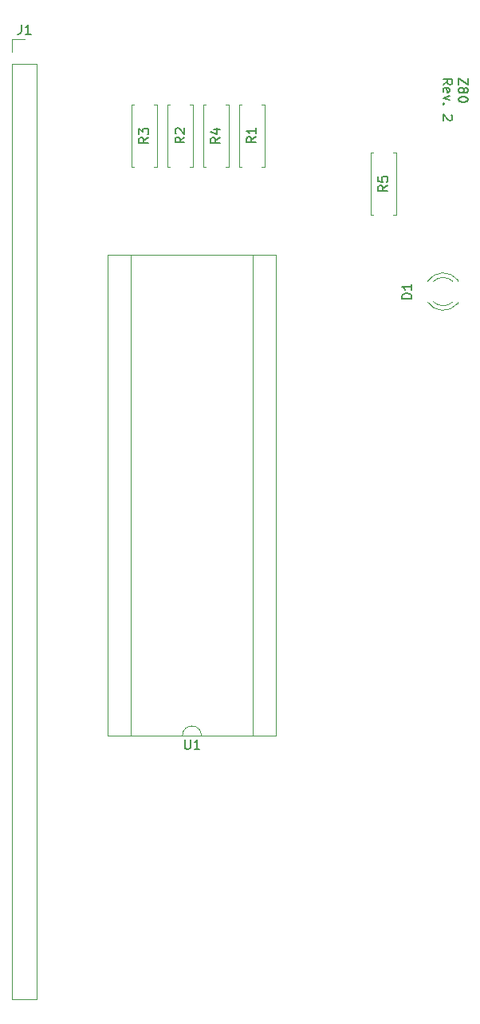
<source format=gbr>
%TF.GenerationSoftware,KiCad,Pcbnew,5.1.6-c6e7f7d~87~ubuntu18.04.1*%
%TF.CreationDate,2020-07-13T16:41:44+01:00*%
%TF.ProjectId,Z80_Rev2,5a38305f-5265-4763-922e-6b696361645f,rev?*%
%TF.SameCoordinates,Original*%
%TF.FileFunction,Legend,Top*%
%TF.FilePolarity,Positive*%
%FSLAX46Y46*%
G04 Gerber Fmt 4.6, Leading zero omitted, Abs format (unit mm)*
G04 Created by KiCad (PCBNEW 5.1.6-c6e7f7d~87~ubuntu18.04.1) date 2020-07-13 16:41:44*
%MOMM*%
%LPD*%
G01*
G04 APERTURE LIST*
%ADD10C,0.150000*%
%ADD11C,0.120000*%
G04 APERTURE END LIST*
D10*
X125832619Y-33260357D02*
X125832619Y-33927023D01*
X124832619Y-33260357D01*
X124832619Y-33927023D01*
X125404047Y-34450833D02*
X125451666Y-34355595D01*
X125499285Y-34307976D01*
X125594523Y-34260357D01*
X125642142Y-34260357D01*
X125737380Y-34307976D01*
X125785000Y-34355595D01*
X125832619Y-34450833D01*
X125832619Y-34641309D01*
X125785000Y-34736547D01*
X125737380Y-34784166D01*
X125642142Y-34831785D01*
X125594523Y-34831785D01*
X125499285Y-34784166D01*
X125451666Y-34736547D01*
X125404047Y-34641309D01*
X125404047Y-34450833D01*
X125356428Y-34355595D01*
X125308809Y-34307976D01*
X125213571Y-34260357D01*
X125023095Y-34260357D01*
X124927857Y-34307976D01*
X124880238Y-34355595D01*
X124832619Y-34450833D01*
X124832619Y-34641309D01*
X124880238Y-34736547D01*
X124927857Y-34784166D01*
X125023095Y-34831785D01*
X125213571Y-34831785D01*
X125308809Y-34784166D01*
X125356428Y-34736547D01*
X125404047Y-34641309D01*
X125832619Y-35450833D02*
X125832619Y-35546071D01*
X125785000Y-35641309D01*
X125737380Y-35688928D01*
X125642142Y-35736547D01*
X125451666Y-35784166D01*
X125213571Y-35784166D01*
X125023095Y-35736547D01*
X124927857Y-35688928D01*
X124880238Y-35641309D01*
X124832619Y-35546071D01*
X124832619Y-35450833D01*
X124880238Y-35355595D01*
X124927857Y-35307976D01*
X125023095Y-35260357D01*
X125213571Y-35212738D01*
X125451666Y-35212738D01*
X125642142Y-35260357D01*
X125737380Y-35307976D01*
X125785000Y-35355595D01*
X125832619Y-35450833D01*
X123182619Y-33927023D02*
X123658809Y-33593690D01*
X123182619Y-33355595D02*
X124182619Y-33355595D01*
X124182619Y-33736547D01*
X124135000Y-33831785D01*
X124087380Y-33879404D01*
X123992142Y-33927023D01*
X123849285Y-33927023D01*
X123754047Y-33879404D01*
X123706428Y-33831785D01*
X123658809Y-33736547D01*
X123658809Y-33355595D01*
X123230238Y-34736547D02*
X123182619Y-34641309D01*
X123182619Y-34450833D01*
X123230238Y-34355595D01*
X123325476Y-34307976D01*
X123706428Y-34307976D01*
X123801666Y-34355595D01*
X123849285Y-34450833D01*
X123849285Y-34641309D01*
X123801666Y-34736547D01*
X123706428Y-34784166D01*
X123611190Y-34784166D01*
X123515952Y-34307976D01*
X123849285Y-35117500D02*
X123182619Y-35355595D01*
X123849285Y-35593690D01*
X123277857Y-35974642D02*
X123230238Y-36022261D01*
X123182619Y-35974642D01*
X123230238Y-35927023D01*
X123277857Y-35974642D01*
X123182619Y-35974642D01*
X124087380Y-37165119D02*
X124135000Y-37212738D01*
X124182619Y-37307976D01*
X124182619Y-37546071D01*
X124135000Y-37641309D01*
X124087380Y-37688928D01*
X123992142Y-37736547D01*
X123896904Y-37736547D01*
X123754047Y-37688928D01*
X123182619Y-37117500D01*
X123182619Y-37736547D01*
D11*
%TO.C,U1*%
X97520000Y-102930000D02*
X102980000Y-102930000D01*
X102980000Y-102930000D02*
X102980000Y-52010000D01*
X102980000Y-52010000D02*
X90060000Y-52010000D01*
X90060000Y-52010000D02*
X90060000Y-102930000D01*
X90060000Y-102930000D02*
X95520000Y-102930000D01*
X105470000Y-102990000D02*
X105470000Y-51950000D01*
X105470000Y-51950000D02*
X87570000Y-51950000D01*
X87570000Y-51950000D02*
X87570000Y-102990000D01*
X87570000Y-102990000D02*
X105470000Y-102990000D01*
X95520000Y-102930000D02*
G75*
G02*
X97520000Y-102930000I1000000J0D01*
G01*
%TO.C,R5*%
X115800000Y-47720000D02*
X115470000Y-47720000D01*
X115470000Y-47720000D02*
X115470000Y-41180000D01*
X115470000Y-41180000D02*
X115800000Y-41180000D01*
X117880000Y-47720000D02*
X118210000Y-47720000D01*
X118210000Y-47720000D02*
X118210000Y-41180000D01*
X118210000Y-41180000D02*
X117880000Y-41180000D01*
%TO.C,R4*%
X100100000Y-36100000D02*
X100430000Y-36100000D01*
X100430000Y-36100000D02*
X100430000Y-42640000D01*
X100430000Y-42640000D02*
X100100000Y-42640000D01*
X98020000Y-36100000D02*
X97690000Y-36100000D01*
X97690000Y-36100000D02*
X97690000Y-42640000D01*
X97690000Y-42640000D02*
X98020000Y-42640000D01*
%TO.C,R3*%
X92480000Y-36100000D02*
X92810000Y-36100000D01*
X92810000Y-36100000D02*
X92810000Y-42640000D01*
X92810000Y-42640000D02*
X92480000Y-42640000D01*
X90400000Y-36100000D02*
X90070000Y-36100000D01*
X90070000Y-36100000D02*
X90070000Y-42640000D01*
X90070000Y-42640000D02*
X90400000Y-42640000D01*
%TO.C,R2*%
X96290000Y-36100000D02*
X96620000Y-36100000D01*
X96620000Y-36100000D02*
X96620000Y-42640000D01*
X96620000Y-42640000D02*
X96290000Y-42640000D01*
X94210000Y-36100000D02*
X93880000Y-36100000D01*
X93880000Y-36100000D02*
X93880000Y-42640000D01*
X93880000Y-42640000D02*
X94210000Y-42640000D01*
%TO.C,R1*%
X103910000Y-36100000D02*
X104240000Y-36100000D01*
X104240000Y-36100000D02*
X104240000Y-42640000D01*
X104240000Y-42640000D02*
X103910000Y-42640000D01*
X101830000Y-36100000D02*
X101500000Y-36100000D01*
X101500000Y-36100000D02*
X101500000Y-42640000D01*
X101500000Y-42640000D02*
X101830000Y-42640000D01*
%TO.C,J1*%
X77410000Y-130870000D02*
X80070000Y-130870000D01*
X77410000Y-31750000D02*
X77410000Y-130870000D01*
X80070000Y-31750000D02*
X80070000Y-130870000D01*
X77410000Y-31750000D02*
X80070000Y-31750000D01*
X77410000Y-30480000D02*
X77410000Y-29150000D01*
X77410000Y-29150000D02*
X78740000Y-29150000D01*
%TO.C,D1*%
X124750000Y-57116000D02*
X124750000Y-56960000D01*
X124750000Y-54800000D02*
X124750000Y-54644000D01*
X122148870Y-54800163D02*
G75*
G02*
X124230961Y-54800000I1041130J-1079837D01*
G01*
X122148870Y-56959837D02*
G75*
G03*
X124230961Y-56960000I1041130J1079837D01*
G01*
X121517665Y-54801392D02*
G75*
G02*
X124750000Y-54644484I1672335J-1078608D01*
G01*
X121517665Y-56958608D02*
G75*
G03*
X124750000Y-57115516I1672335J1078608D01*
G01*
%TO.C,U1*%
D10*
X95758095Y-103382380D02*
X95758095Y-104191904D01*
X95805714Y-104287142D01*
X95853333Y-104334761D01*
X95948571Y-104382380D01*
X96139047Y-104382380D01*
X96234285Y-104334761D01*
X96281904Y-104287142D01*
X96329523Y-104191904D01*
X96329523Y-103382380D01*
X97329523Y-104382380D02*
X96758095Y-104382380D01*
X97043809Y-104382380D02*
X97043809Y-103382380D01*
X96948571Y-103525238D01*
X96853333Y-103620476D01*
X96758095Y-103668095D01*
%TO.C,R5*%
X117292380Y-44616666D02*
X116816190Y-44950000D01*
X117292380Y-45188095D02*
X116292380Y-45188095D01*
X116292380Y-44807142D01*
X116340000Y-44711904D01*
X116387619Y-44664285D01*
X116482857Y-44616666D01*
X116625714Y-44616666D01*
X116720952Y-44664285D01*
X116768571Y-44711904D01*
X116816190Y-44807142D01*
X116816190Y-45188095D01*
X116292380Y-43711904D02*
X116292380Y-44188095D01*
X116768571Y-44235714D01*
X116720952Y-44188095D01*
X116673333Y-44092857D01*
X116673333Y-43854761D01*
X116720952Y-43759523D01*
X116768571Y-43711904D01*
X116863809Y-43664285D01*
X117101904Y-43664285D01*
X117197142Y-43711904D01*
X117244761Y-43759523D01*
X117292380Y-43854761D01*
X117292380Y-44092857D01*
X117244761Y-44188095D01*
X117197142Y-44235714D01*
%TO.C,R4*%
X99512380Y-39536666D02*
X99036190Y-39870000D01*
X99512380Y-40108095D02*
X98512380Y-40108095D01*
X98512380Y-39727142D01*
X98560000Y-39631904D01*
X98607619Y-39584285D01*
X98702857Y-39536666D01*
X98845714Y-39536666D01*
X98940952Y-39584285D01*
X98988571Y-39631904D01*
X99036190Y-39727142D01*
X99036190Y-40108095D01*
X98845714Y-38679523D02*
X99512380Y-38679523D01*
X98464761Y-38917619D02*
X99179047Y-39155714D01*
X99179047Y-38536666D01*
%TO.C,R3*%
X91892380Y-39536666D02*
X91416190Y-39870000D01*
X91892380Y-40108095D02*
X90892380Y-40108095D01*
X90892380Y-39727142D01*
X90940000Y-39631904D01*
X90987619Y-39584285D01*
X91082857Y-39536666D01*
X91225714Y-39536666D01*
X91320952Y-39584285D01*
X91368571Y-39631904D01*
X91416190Y-39727142D01*
X91416190Y-40108095D01*
X90892380Y-39203333D02*
X90892380Y-38584285D01*
X91273333Y-38917619D01*
X91273333Y-38774761D01*
X91320952Y-38679523D01*
X91368571Y-38631904D01*
X91463809Y-38584285D01*
X91701904Y-38584285D01*
X91797142Y-38631904D01*
X91844761Y-38679523D01*
X91892380Y-38774761D01*
X91892380Y-39060476D01*
X91844761Y-39155714D01*
X91797142Y-39203333D01*
%TO.C,R2*%
X95730069Y-39510952D02*
X95253879Y-39844286D01*
X95730069Y-40082381D02*
X94730069Y-40082381D01*
X94730069Y-39701428D01*
X94777689Y-39606190D01*
X94825308Y-39558571D01*
X94920546Y-39510952D01*
X95063403Y-39510952D01*
X95158641Y-39558571D01*
X95206260Y-39606190D01*
X95253879Y-39701428D01*
X95253879Y-40082381D01*
X94825308Y-39130000D02*
X94777689Y-39082381D01*
X94730069Y-38987143D01*
X94730069Y-38749047D01*
X94777689Y-38653809D01*
X94825308Y-38606190D01*
X94920546Y-38558571D01*
X95015784Y-38558571D01*
X95158641Y-38606190D01*
X95730069Y-39177619D01*
X95730069Y-38558571D01*
%TO.C,R1*%
X103317037Y-39483042D02*
X102840847Y-39816376D01*
X103317037Y-40054471D02*
X102317037Y-40054471D01*
X102317037Y-39673518D01*
X102364657Y-39578280D01*
X102412276Y-39530661D01*
X102507514Y-39483042D01*
X102650371Y-39483042D01*
X102745609Y-39530661D01*
X102793228Y-39578280D01*
X102840847Y-39673518D01*
X102840847Y-40054471D01*
X103317037Y-38530661D02*
X103317037Y-39102090D01*
X103317037Y-38816376D02*
X102317037Y-38816376D01*
X102459895Y-38911614D01*
X102555133Y-39006852D01*
X102602752Y-39102090D01*
%TO.C,J1*%
X78406666Y-27602380D02*
X78406666Y-28316666D01*
X78359047Y-28459523D01*
X78263809Y-28554761D01*
X78120952Y-28602380D01*
X78025714Y-28602380D01*
X79406666Y-28602380D02*
X78835238Y-28602380D01*
X79120952Y-28602380D02*
X79120952Y-27602380D01*
X79025714Y-27745238D01*
X78930476Y-27840476D01*
X78835238Y-27888095D01*
%TO.C,D1*%
X119832380Y-56618095D02*
X118832380Y-56618095D01*
X118832380Y-56380000D01*
X118880000Y-56237142D01*
X118975238Y-56141904D01*
X119070476Y-56094285D01*
X119260952Y-56046666D01*
X119403809Y-56046666D01*
X119594285Y-56094285D01*
X119689523Y-56141904D01*
X119784761Y-56237142D01*
X119832380Y-56380000D01*
X119832380Y-56618095D01*
X119832380Y-55094285D02*
X119832380Y-55665714D01*
X119832380Y-55380000D02*
X118832380Y-55380000D01*
X118975238Y-55475238D01*
X119070476Y-55570476D01*
X119118095Y-55665714D01*
%TD*%
M02*

</source>
